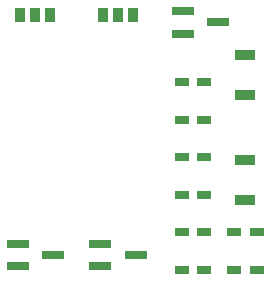
<source format=gtp>
G04 #@! TF.FileFunction,Paste,Top*
%FSLAX46Y46*%
G04 Gerber Fmt 4.6, Leading zero omitted, Abs format (unit mm)*
G04 Created by KiCad (PCBNEW 4.0.7-e2-6376~58~ubuntu17.04.1) date Tue Oct  3 10:22:26 2017*
%MOMM*%
%LPD*%
G01*
G04 APERTURE LIST*
%ADD10C,0.100000*%
%ADD11R,1.200000X0.750000*%
%ADD12R,0.970000X1.270000*%
%ADD13R,1.900000X0.800000*%
%ADD14R,1.700000X0.900000*%
G04 APERTURE END LIST*
D10*
D11*
X175580000Y-113665000D03*
X177480000Y-113665000D03*
X175580000Y-116840000D03*
X177480000Y-116840000D03*
X171135000Y-104140000D03*
X173035000Y-104140000D03*
X171135000Y-100965000D03*
X173035000Y-100965000D03*
X173035000Y-107315000D03*
X171135000Y-107315000D03*
X171135000Y-110490000D03*
X173035000Y-110490000D03*
X171135000Y-113665000D03*
X173035000Y-113665000D03*
X171135000Y-116840000D03*
X173035000Y-116840000D03*
D12*
X157480000Y-95250000D03*
X158750000Y-95250000D03*
X160020000Y-95250000D03*
X164465000Y-95250000D03*
X165735000Y-95250000D03*
X167005000Y-95250000D03*
D13*
X157250000Y-114620000D03*
X157250000Y-116520000D03*
X160250000Y-115570000D03*
X164235000Y-114620000D03*
X164235000Y-116520000D03*
X167235000Y-115570000D03*
D14*
X176530000Y-102030000D03*
X176530000Y-98630000D03*
X176530000Y-110920000D03*
X176530000Y-107520000D03*
D13*
X171220000Y-94935000D03*
X171220000Y-96835000D03*
X174220000Y-95885000D03*
M02*

</source>
